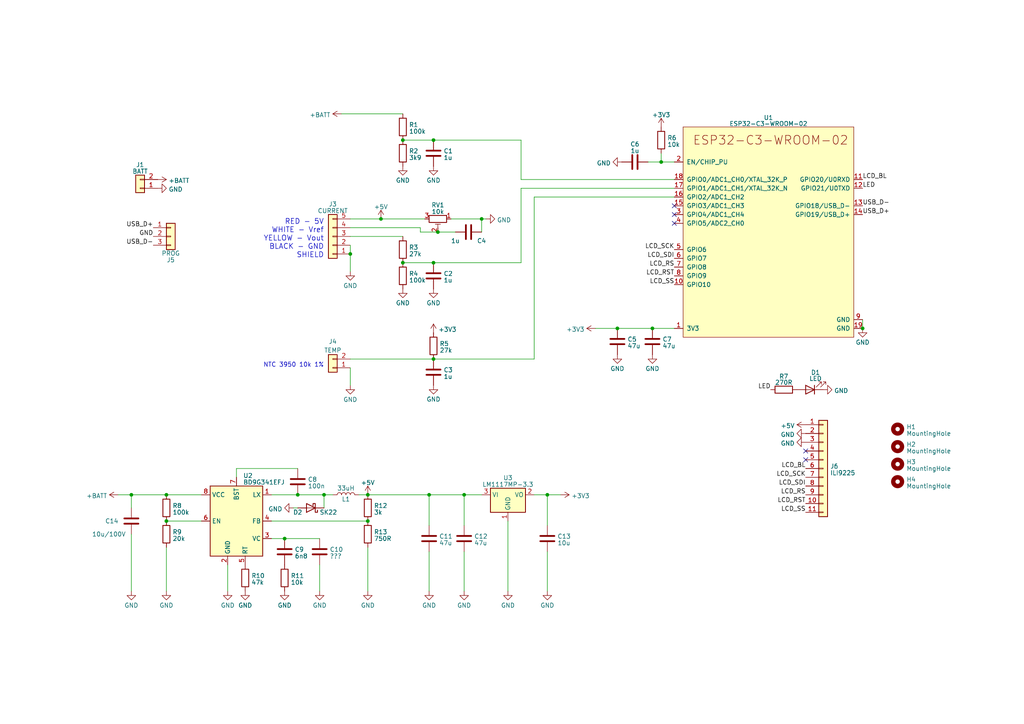
<source format=kicad_sch>
(kicad_sch (version 20230121) (generator eeschema)
  (paper "A4")
  (lib_symbols
    (symbol "Connector_Generic:Conn_01x02" (pin_names (offset 1.016) hide)
      (property "Reference" "J" (at 0 2.54 0))
      (property "Value" "Conn_01x02" (at 0 -5.08 0))
      (symbol "Conn_01x02_1_1"
        (rectangle (start -1.27 -2.413) (end 0 -2.667) (stroke (width 0.1524)))
        (rectangle (start -1.27 0.127) (end 0 -0.127) (stroke (width 0.1524)))
        (rectangle (start -1.27 1.27) (end 1.27 -3.81) (stroke (width 0.254)) (fill (type background)))
        (pin passive line (at -5.08 0 0) (length 3.81) (name "Pin_1") (number "1"))
        (pin passive line (at -5.08 -2.54 0) (length 3.81) (name "Pin_2") (number "2"))
      )
    )
    (symbol "Connector_Generic:Conn_01x03" (pin_names (offset 1.016) hide)
      (property "Reference" "J" (at 0 5.08 0))
      (property "Value" "Conn_01x03" (at 0 -5.08 0))
      (symbol "Conn_01x03_1_1"
        (rectangle (start -1.27 -2.413) (end 0 -2.667) (stroke (width 0.1524)))
        (rectangle (start -1.27 0.127) (end 0 -0.127) (stroke (width 0.1524)))
        (rectangle (start -1.27 2.667) (end 0 2.413) (stroke (width 0.1524)))
        (rectangle (start -1.27 3.81) (end 1.27 -3.81) (stroke (width 0.254)) (fill (type background)))
        (pin passive line (at -5.08 2.54 0) (length 3.81) (name "Pin_1") (number "1"))
        (pin passive line (at -5.08 0 0) (length 3.81) (name "Pin_2") (number "2"))
        (pin passive line (at -5.08 -2.54 0) (length 3.81) (name "Pin_3") (number "3"))
      )
    )
    (symbol "Connector_Generic:Conn_01x05" (pin_names (offset 1.016) hide)
      (property "Reference" "J" (at 0 7.62 0))
      (property "Value" "Conn_01x05" (at 0 -7.62 0))
      (symbol "Conn_01x05_1_1"
        (rectangle (start -1.27 -4.953) (end 0 -5.207) (stroke (width 0.1524)))
        (rectangle (start -1.27 -2.413) (end 0 -2.667) (stroke (width 0.1524)))
        (rectangle (start -1.27 0.127) (end 0 -0.127) (stroke (width 0.1524)))
        (rectangle (start -1.27 2.667) (end 0 2.413) (stroke (width 0.1524)))
        (rectangle (start -1.27 5.207) (end 0 4.953) (stroke (width 0.1524)))
        (rectangle (start -1.27 6.35) (end 1.27 -6.35) (stroke (width 0.254)) (fill (type background)))
        (pin passive line (at -5.08 5.08 0) (length 3.81) (name "Pin_1") (number "1"))
        (pin passive line (at -5.08 2.54 0) (length 3.81) (name "Pin_2") (number "2"))
        (pin passive line (at -5.08 0 0) (length 3.81) (name "Pin_3") (number "3"))
        (pin passive line (at -5.08 -2.54 0) (length 3.81) (name "Pin_4") (number "4"))
        (pin passive line (at -5.08 -5.08 0) (length 3.81) (name "Pin_5") (number "5"))
      )
    )
    (symbol "Connector_Generic:Conn_01x11" (pin_names (offset 1.016) hide)
      (property "Reference" "J" (at 0 15.24 0))
      (property "Value" "Conn_01x11" (at 0 -15.24 0))
      (symbol "Conn_01x11_1_1"
        (rectangle (start -1.27 -12.573) (end 0 -12.827) (stroke (width 0.1524)))
        (rectangle (start -1.27 -10.033) (end 0 -10.287) (stroke (width 0.1524)))
        (rectangle (start -1.27 -7.493) (end 0 -7.747) (stroke (width 0.1524)))
        (rectangle (start -1.27 -4.953) (end 0 -5.207) (stroke (width 0.1524)))
        (rectangle (start -1.27 -2.413) (end 0 -2.667) (stroke (width 0.1524)))
        (rectangle (start -1.27 0.127) (end 0 -0.127) (stroke (width 0.1524)))
        (rectangle (start -1.27 2.667) (end 0 2.413) (stroke (width 0.1524)))
        (rectangle (start -1.27 5.207) (end 0 4.953) (stroke (width 0.1524)))
        (rectangle (start -1.27 7.747) (end 0 7.493) (stroke (width 0.1524)))
        (rectangle (start -1.27 10.287) (end 0 10.033) (stroke (width 0.1524)))
        (rectangle (start -1.27 12.827) (end 0 12.573) (stroke (width 0.1524)))
        (rectangle (start -1.27 13.97) (end 1.27 -13.97) (stroke (width 0.254)) (fill (type background)))
        (pin passive line (at -5.08 12.7 0) (length 3.81) (name "Pin_1") (number "1"))
        (pin passive line (at -5.08 -10.16 0) (length 3.81) (name "Pin_10") (number "10"))
        (pin passive line (at -5.08 -12.7 0) (length 3.81) (name "Pin_11") (number "11"))
        (pin passive line (at -5.08 10.16 0) (length 3.81) (name "Pin_2") (number "2"))
        (pin passive line (at -5.08 7.62 0) (length 3.81) (name "Pin_3") (number "3"))
        (pin passive line (at -5.08 5.08 0) (length 3.81) (name "Pin_4") (number "4"))
        (pin passive line (at -5.08 2.54 0) (length 3.81) (name "Pin_5") (number "5"))
        (pin passive line (at -5.08 0 0) (length 3.81) (name "Pin_6") (number "6"))
        (pin passive line (at -5.08 -2.54 0) (length 3.81) (name "Pin_7") (number "7"))
        (pin passive line (at -5.08 -5.08 0) (length 3.81) (name "Pin_8") (number "8"))
        (pin passive line (at -5.08 -7.62 0) (length 3.81) (name "Pin_9") (number "9"))
      )
    )
    (symbol "Device:C" (pin_numbers hide) (pin_names (offset 0.254))
      (property "Reference" "C" (at 0.635 2.54 0))
      (property "Value" "C" (at 0.635 -2.54 0))
      (symbol "C_0_1"
        (polyline (pts (xy -2.032 -0.762) (xy 2.032 -0.762)) (stroke (width 0.508)))
        (polyline (pts (xy -2.032 0.762) (xy 2.032 0.762)) (stroke (width 0.508)))
      )
      (symbol "C_1_1"
        (pin passive line (at 0 3.81 270) (length 2.794) (name "~") (number "1"))
        (pin passive line (at 0 -3.81 90) (length 2.794) (name "~") (number "2"))
      )
    )
    (symbol "Device:D_Schottky" (pin_numbers hide) (pin_names (offset 1.016) hide)
      (property "Reference" "D" (at 0 2.54 0))
      (property "Value" "D_Schottky" (at 0 -2.54 0))
      (symbol "D_Schottky_0_1"
        (polyline (pts (xy 1.27 0) (xy -1.27 0)))
        (polyline (pts (xy 1.27 1.27) (xy 1.27 -1.27) (xy -1.27 0) (xy 1.27 1.27)) (stroke (width 0.254)))
        (polyline (pts (xy -1.905 0.635) (xy -1.905 1.27) (xy -1.27 1.27) (xy -1.27 -1.27) (xy -0.635 -1.27) (xy -0.635 -0.635)) (stroke (width 0.254)))
      )
      (symbol "D_Schottky_1_1"
        (pin passive line (at -3.81 0 0) (length 2.54) (name "K") (number "1"))
        (pin passive line (at 3.81 0 180) (length 2.54) (name "A") (number "2"))
      )
    )
    (symbol "Device:L" (pin_numbers hide) (pin_names (offset 1.016) hide)
      (property "Reference" "L" (at -1.27 0 90))
      (property "Value" "L" (at 1.905 0 90))
      (symbol "L_0_1"
        (arc (start 0 -2.54) (mid 0.6323 -1.905) (end 0 -1.27))
        (arc (start 0 -1.27) (mid 0.6323 -0.635) (end 0 0))
        (arc (start 0 0) (mid 0.6323 0.635) (end 0 1.27))
        (arc (start 0 1.27) (mid 0.6323 1.905) (end 0 2.54))
      )
      (symbol "L_1_1"
        (pin passive line (at 0 3.81 270) (length 1.27) (name "1") (number "1"))
        (pin passive line (at 0 -3.81 90) (length 1.27) (name "2") (number "2"))
      )
    )
    (symbol "Device:LED" (pin_numbers hide) (pin_names (offset 1.016) hide)
      (property "Reference" "D" (at 0 2.54 0))
      (property "Value" "LED" (at 0 -2.54 0))
      (symbol "LED_0_1"
        (polyline (pts (xy -1.27 -1.27) (xy -1.27 1.27)) (stroke (width 0.254)))
        (polyline (pts (xy -1.27 0) (xy 1.27 0)))
        (polyline (pts (xy 1.27 -1.27) (xy 1.27 1.27) (xy -1.27 0) (xy 1.27 -1.27)) (stroke (width 0.254)))
        (polyline (pts (xy -3.048 -0.762) (xy -4.572 -2.286) (xy -3.81 -2.286) (xy -4.572 -2.286) (xy -4.572 -1.524)))
        (polyline (pts (xy -1.778 -0.762) (xy -3.302 -2.286) (xy -2.54 -2.286) (xy -3.302 -2.286) (xy -3.302 -1.524)))
      )
      (symbol "LED_1_1"
        (pin passive line (at -3.81 0 0) (length 2.54) (name "K") (number "1"))
        (pin passive line (at 3.81 0 180) (length 2.54) (name "A") (number "2"))
      )
    )
    (symbol "Device:R" (pin_numbers hide) (pin_names (offset 0))
      (property "Reference" "R" (at 2.032 0 90))
      (property "Value" "R" (at 0 0 90))
      (symbol "R_0_1"
        (rectangle (start -1.016 -2.54) (end 1.016 2.54) (stroke (width 0.254)))
      )
      (symbol "R_1_1"
        (pin passive line (at 0 3.81 270) (length 1.27) (name "~") (number "1"))
        (pin passive line (at 0 -3.81 90) (length 1.27) (name "~") (number "2"))
      )
    )
    (symbol "Device:R_Potentiometer_Trim" (pin_names (offset 1.016) hide)
      (property "Reference" "RV" (at -4.445 0 90))
      (property "Value" "R_Potentiometer_Trim" (at -2.54 0 90))
      (symbol "R_Potentiometer_Trim_0_1"
        (polyline (pts (xy 1.524 0.762) (xy 1.524 -0.762)))
        (polyline (pts (xy 2.54 0) (xy 1.524 0)))
        (rectangle (start 1.016 2.54) (end -1.016 -2.54) (stroke (width 0.254)))
      )
      (symbol "R_Potentiometer_Trim_1_1"
        (pin passive line (at 0 3.81 270) (length 1.27) (name "1") (number "1"))
        (pin passive line (at 3.81 0 180) (length 1.27) (name "2") (number "2"))
        (pin passive line (at 0 -3.81 90) (length 1.27) (name "3") (number "3"))
      )
    )
    (symbol "Espressif:ESP32-C3-WROOM-02" (pin_names (offset 1.016))
      (property "Reference" "U" (at 0 33.02 0))
      (property "Value" "ESP32-C3-WROOM-02" (at 0 -30.48 0))
      (symbol "ESP32-C3-WROOM-02_0_0"
        (text "ESP32-C3-WROOM-02" (at 1.27 27.94 0) (effects (font (size 2.54 2.54))))
      )
      (symbol "ESP32-C3-WROOM-02_0_1"
        (rectangle (start -24.13 31.75) (end 25.4 -29.21) (fill (type background)))
      )
      (symbol "ESP32-C3-WROOM-02_1_1"
        (pin power_in line (at -26.67 -26.67 0) (length 2.54) (name "3V3") (number "1"))
        (pin bidirectional line (at -26.67 -13.97 0) (length 2.54) (name "GPIO10") (number "10"))
        (pin bidirectional line (at 27.94 16.51 180) (length 2.54) (name "GPIO20/U0RXD") (number "11"))
        (pin bidirectional line (at 27.94 13.97 180) (length 2.54) (name "GPIO21/U0TXD") (number "12"))
        (pin bidirectional line (at 27.94 8.89 180) (length 2.54) (name "GPIO18/USB_D-") (number "13"))
        (pin bidirectional line (at 27.94 6.35 180) (length 2.54) (name "GPIO19/USB_D+") (number "14"))
        (pin bidirectional line (at -26.67 8.89 0) (length 2.54) (name "GPIO3/ADC1_CH3") (number "15"))
        (pin bidirectional line (at -26.67 11.43 0) (length 2.54) (name "GPIO2/ADC1_CH2") (number "16"))
        (pin bidirectional line (at -26.67 13.97 0) (length 2.54) (name "GPIO1/ADC1_CH1/XTAL_32K_N") (number "17"))
        (pin bidirectional line (at -26.67 16.51 0) (length 2.54) (name "GPIO0/ADC1_CH0/XTAL_32K_P") (number "18"))
        (pin power_in line (at 27.94 -26.67 180) (length 2.54) (name "GND") (number "19"))
        (pin input line (at -26.67 21.59 0) (length 2.54) (name "EN/CHIP_PU") (number "2"))
        (pin bidirectional line (at -26.67 6.35 0) (length 2.54) (name "GPIO4/ADC1_CH4") (number "3"))
        (pin bidirectional line (at -26.67 3.81 0) (length 2.54) (name "GPIO5/ADC2_CH0") (number "4"))
        (pin bidirectional line (at -26.67 -3.81 0) (length 2.54) (name "GPIO6") (number "5"))
        (pin bidirectional line (at -26.67 -6.35 0) (length 2.54) (name "GPIO7") (number "6"))
        (pin bidirectional line (at -26.67 -8.89 0) (length 2.54) (name "GPIO8") (number "7"))
        (pin bidirectional line (at -26.67 -11.43 0) (length 2.54) (name "GPIO9") (number "8"))
        (pin power_in line (at 27.94 -24.13 180) (length 2.54) (name "GND") (number "9"))
      )
    )
    (symbol "Mechanical:MountingHole" (pin_names (offset 1.016))
      (property "Reference" "H" (at 0 5.08 0))
      (property "Value" "MountingHole" (at 0 3.175 0))
      (symbol "MountingHole_0_1"
        (circle (center 0 0) (radius 1.27) (stroke (width 1.27)))
      )
    )
    (symbol "Regulator_Linear:LM1117MP-3.3"
      (property "Reference" "U" (at -3.81 3.175 0))
      (property "Value" "LM1117MP-3.3" (at 0 3.175 0))
      (symbol "LM1117MP-3.3_0_1"
        (rectangle (start -5.08 -5.08) (end 5.08 1.905) (stroke (width 0.254)) (fill (type background)))
      )
      (symbol "LM1117MP-3.3_1_1"
        (pin power_in line (at 0 -7.62 90) (length 2.54) (name "GND") (number "1"))
        (pin power_out line (at 7.62 0 180) (length 2.54) (name "VO") (number "2"))
        (pin power_in line (at -7.62 0 0) (length 2.54) (name "VI") (number "3"))
      )
    )
    (symbol "Regulator_Switching:BD9G341EFJ"
      (property "Reference" "U" (at -6.35 11.43 0))
      (property "Value" "BD9G341EFJ" (at 7.62 11.43 0))
      (symbol "BD9G341EFJ_0_1"
        (rectangle (start -7.62 10.16) (end 7.62 -10.16) (stroke (width 0.254)) (fill (type background)))
      )
      (symbol "BD9G341EFJ_1_1"
        (pin passive line (at 10.16 7.62 180) (length 2.54) (name "LX") (number "1"))
        (pin power_in line (at -2.54 -12.7 90) (length 2.54) (name "GND") (number "2"))
        (pin output line (at 10.16 -5.08 180) (length 2.54) (name "VC") (number "3"))
        (pin input line (at 10.16 0 180) (length 2.54) (name "FB") (number "4"))
        (pin input line (at 2.54 -12.7 90) (length 2.54) (name "RT") (number "5"))
        (pin input line (at -10.16 0 0) (length 2.54) (name "EN") (number "6"))
        (pin input line (at 0 12.7 270) (length 2.54) (name "BST") (number "7"))
        (pin power_in line (at -10.16 7.62 0) (length 2.54) (name "VCC") (number "8"))
      )
    )
    (symbol "power:+3V3" (power) (pin_names (offset 0))
      (property "Value" "+3V3" (at 0 3.556 0))
      (symbol "+3V3_0_1"
        (polyline (pts (xy -0.762 1.27) (xy 0 2.54)))
        (polyline (pts (xy 0 0) (xy 0 2.54)))
        (polyline (pts (xy 0 2.54) (xy 0.762 1.27)))
      )
      (symbol "+3V3_1_1"
        (pin power_in line (at 0 0 90) (length 0) hide (name "+3V3") (number "1"))
      )
    )
    (symbol "power:+5V" (power) (pin_names (offset 0))
      (property "Value" "+5V" (at 0 3.556 0))
      (symbol "+5V_0_1"
        (polyline (pts (xy -0.762 1.27) (xy 0 2.54)))
        (polyline (pts (xy 0 0) (xy 0 2.54)))
        (polyline (pts (xy 0 2.54) (xy 0.762 1.27)))
      )
      (symbol "+5V_1_1"
        (pin power_in line (at 0 0 90) (length 0) hide (name "+5V") (number "1"))
      )
    )
    (symbol "power:+BATT" (power) (pin_names (offset 0))
      (property "Value" "+BATT" (at 0 3.556 0))
      (symbol "+BATT_0_1"
        (polyline (pts (xy -0.762 1.27) (xy 0 2.54)))
        (polyline (pts (xy 0 0) (xy 0 2.54)))
        (polyline (pts (xy 0 2.54) (xy 0.762 1.27)))
      )
      (symbol "+BATT_1_1"
        (pin power_in line (at 0 0 90) (length 0) hide (name "+BATT") (number "1"))
      )
    )
    (symbol "power:GND" (power) (pin_names (offset 0))
      (property "Value" "GND" (at 0 -3.81 0))
      (symbol "GND_0_1"
        (polyline (pts (xy 0 0) (xy 0 -1.27) (xy 1.27 -1.27) (xy 0 -2.54) (xy -1.27 -1.27) (xy 0 -1.27)))
      )
      (symbol "GND_1_1"
        (pin power_in line (at 0 0 270) (length 0) hide (name "GND") (number "1"))
      )
    )
  )
  (junction (at 125.73 40.64))
  (junction (at 93.98 143.51))
  (junction (at 38.1 143.51))
  (junction (at 106.68 143.51))
  (junction (at 116.84 40.64))
  (junction (at 86.36 143.51))
  (junction (at 139.7 63.5))
  (junction (at 48.26 151.13))
  (junction (at 82.55 156.21))
  (junction (at 124.46 143.51))
  (junction (at 127 67.31))
  (junction (at 191.77 46.99))
  (junction (at 125.73 104.14))
  (junction (at 134.62 143.51))
  (junction (at 106.68 151.13))
  (junction (at 179.07 95.25))
  (junction (at 125.73 76.2))
  (junction (at 250.19 95.25))
  (junction (at 158.75 143.51))
  (junction (at 189.23 95.25))
  (junction (at 48.26 143.51))
  (junction (at 101.6 73.66))
  (junction (at 116.84 76.2))
  (junction (at 110.49 63.5))
  (no_connect (at 195.58 62.23))
  (no_connect (at 233.68 130.81))
  (no_connect (at 233.68 133.35))
  (no_connect (at 195.58 64.77))
  (no_connect (at 195.58 59.69))
  (wire (pts (xy 38.1 154.94) (xy 38.1 171.45)))
  (wire (pts (xy 139.7 63.5) (xy 140.97 63.5)))
  (wire (pts (xy 48.26 143.51) (xy 58.42 143.51)))
  (wire (pts (xy 38.1 143.51) (xy 48.26 143.51)))
  (wire (pts (xy 85.09 147.32) (xy 86.36 147.32)))
  (wire (pts (xy 134.62 143.51) (xy 139.7 143.51)))
  (wire (pts (xy 101.6 73.66) (xy 101.6 78.74)))
  (wire (pts (xy 48.26 151.13) (xy 58.42 151.13)))
  (wire (pts (xy 96.52 143.51) (xy 93.98 143.51)))
  (wire (pts (xy 158.75 143.51) (xy 158.75 152.4)))
  (wire (pts (xy 139.7 63.5) (xy 139.7 67.31)))
  (wire (pts (xy 78.74 151.13) (xy 106.68 151.13)))
  (wire (pts (xy 78.74 143.51) (xy 86.36 143.51)))
  (wire (pts (xy 151.13 52.07) (xy 195.58 52.07)))
  (wire (pts (xy 154.94 104.14) (xy 125.73 104.14)))
  (wire (pts (xy 38.1 143.51) (xy 38.1 147.32)))
  (wire (pts (xy 191.77 46.99) (xy 195.58 46.99)))
  (wire (pts (xy 104.14 143.51) (xy 106.68 143.51)))
  (wire (pts (xy 124.46 171.45) (xy 124.46 160.02)))
  (wire (pts (xy 78.74 156.21) (xy 82.55 156.21)))
  (wire (pts (xy 130.81 63.5) (xy 139.7 63.5)))
  (wire (pts (xy 92.71 163.83) (xy 92.71 171.45)))
  (wire (pts (xy 195.58 57.15) (xy 154.94 57.15)))
  (wire (pts (xy 187.96 46.99) (xy 191.77 46.99)))
  (wire (pts (xy 86.36 143.51) (xy 93.98 143.51)))
  (wire (pts (xy 106.68 171.45) (xy 106.68 158.75)))
  (wire (pts (xy 134.62 143.51) (xy 134.62 152.4)))
  (wire (pts (xy 124.46 143.51) (xy 134.62 143.51)))
  (wire (pts (xy 93.98 143.51) (xy 93.98 147.32)))
  (wire (pts (xy 101.6 71.12) (xy 101.6 73.66)))
  (wire (pts (xy 134.62 160.02) (xy 134.62 171.45)))
  (wire (pts (xy 179.07 95.25) (xy 189.23 95.25)))
  (wire (pts (xy 106.68 143.51) (xy 124.46 143.51)))
  (wire (pts (xy 121.92 66.04) (xy 101.6 66.04)))
  (wire (pts (xy 127 67.31) (xy 121.92 67.31)))
  (wire (pts (xy 121.92 67.31) (xy 121.92 66.04)))
  (wire (pts (xy 110.49 63.5) (xy 123.19 63.5)))
  (wire (pts (xy 101.6 68.58) (xy 116.84 68.58)))
  (wire (pts (xy 125.73 40.64) (xy 151.13 40.64)))
  (wire (pts (xy 101.6 106.68) (xy 101.6 111.76)))
  (wire (pts (xy 127 67.31) (xy 132.08 67.31)))
  (wire (pts (xy 250.19 92.71) (xy 250.19 95.25)))
  (wire (pts (xy 48.26 171.45) (xy 48.26 158.75)))
  (wire (pts (xy 124.46 143.51) (xy 124.46 152.4)))
  (wire (pts (xy 191.77 44.45) (xy 191.77 46.99)))
  (wire (pts (xy 116.84 40.64) (xy 125.73 40.64)))
  (wire (pts (xy 125.73 76.2) (xy 151.13 76.2)))
  (wire (pts (xy 154.94 143.51) (xy 158.75 143.51)))
  (wire (pts (xy 151.13 54.61) (xy 195.58 54.61)))
  (wire (pts (xy 34.29 143.51) (xy 38.1 143.51)))
  (wire (pts (xy 172.72 95.25) (xy 179.07 95.25)))
  (wire (pts (xy 68.58 138.43) (xy 68.58 135.89)))
  (wire (pts (xy 189.23 95.25) (xy 195.58 95.25)))
  (wire (pts (xy 101.6 104.14) (xy 125.73 104.14)))
  (wire (pts (xy 151.13 76.2) (xy 151.13 54.61)))
  (wire (pts (xy 99.06 33.02) (xy 116.84 33.02)))
  (wire (pts (xy 147.32 171.45) (xy 147.32 151.13)))
  (wire (pts (xy 158.75 143.51) (xy 162.56 143.51)))
  (wire (pts (xy 82.55 156.21) (xy 92.71 156.21)))
  (wire (pts (xy 66.04 171.45) (xy 66.04 163.83)))
  (wire (pts (xy 154.94 57.15) (xy 154.94 104.14)))
  (wire (pts (xy 158.75 171.45) (xy 158.75 160.02)))
  (wire (pts (xy 68.58 135.89) (xy 86.36 135.89)))
  (wire (pts (xy 151.13 40.64) (xy 151.13 52.07)))
  (wire (pts (xy 116.84 76.2) (xy 125.73 76.2)))
  (wire (pts (xy 101.6 63.5) (xy 110.49 63.5)))
  (text "RED - 5V\nWHITE - Vref\nYELLOW - Vout\nBLACK - GND\nSHIELD" (at 93.98 74.93 0) (effects (font (size 1.5 1.5)) (justify right bottom)))
  (text "NTC 3950 10k 1%" (at 93.98 106.68 0) (effects (font (size 1.27 1.27)) (justify right bottom)))
  (label "LCD_RS" (at 233.68 143.51 180))
  (label "USB_D+" (at 44.45 66.04 180))
  (label "LED" (at 250.19 54.61 0))
  (label "LCD_RST" (at 233.68 146.05 180))
  (label "LCD_RS" (at 195.58 77.47 180))
  (label "USB_D-" (at 250.19 59.69 0))
  (label "LCD_SS" (at 233.68 148.59 180))
  (label "LCD_RST" (at 195.58 80.01 180))
  (label "LCD_BL" (at 250.19 52.07 0))
  (label "LCD_SDI" (at 233.68 140.97 180))
  (label "GND" (at 44.45 68.58 180))
  (label "LCD_SCK" (at 195.58 72.39 180))
  (label "LCD_BL" (at 233.68 135.89 180))
  (label "LED" (at 223.52 113.03 180))
  (label "LCD_SS" (at 195.58 82.55 180))
  (label "LCD_SDI" (at 195.58 74.93 180))
  (label "LCD_SCK" (at 233.68 138.43 180))
  (label "USB_D-" (at 44.45 71.12 180))
  (label "USB_D+" (at 250.19 62.23 0))
  (symbol (lib_id "Device:R") (at 116.84 44.45 0) (unit 1)
    (property "Reference" "R2" (at 118.618 43.8063 0) (effects (justify left)))
    (property "Value" "3k9" (at 118.618 45.7273 0) (effects (justify left)))
    (property "Footprint" "Resistor_SMD:R_0805_2012Metric_Pad1.20x1.40mm_HandSolder" (effects hide))
  )
  (symbol (lib_id "power:GND") (at 116.84 48.26 0) (unit 1)
    (property "Reference" "#PWR07" (effects hide))
    (property "Value" "GND" (at 116.84 52.3161 0))
  )
  (symbol (lib_id "Device:C") (at 134.62 156.21 180) (unit 1)
    (property "Reference" "C12" (at 137.541 155.5663 0) (effects (justify right)))
    (property "Value" "47u" (at 137.541 157.4873 0) (effects (justify right)))
    (property "Footprint" "Capacitor_SMD:C_0805_2012Metric_Pad1.18x1.45mm_HandSolder" (effects hide))
  )
  (symbol (lib_id "power:GND") (at 147.32 171.45 0) (unit 1)
    (property "Reference" "#PWR030" (effects hide))
    (property "Value" "GND" (at 147.32 175.5855 0))
  )
  (symbol (lib_id "Connector_Generic:Conn_01x03") (at 49.53 68.58 0) (unit 1)
    (property "Reference" "J5" (at 49.53 75.3999 0))
    (property "Value" "PROG" (at 49.53 73.4789 0))
    (property "Footprint" "Connector_PinHeader_2.54mm:PinHeader_1x03_P2.54mm_Vertical" (effects hide))
  )
  (symbol (lib_id "Device:C") (at 82.55 160.02 180) (unit 1)
    (property "Reference" "C9" (at 85.471 159.3763 0) (effects (justify right)))
    (property "Value" "6n8" (at 85.471 161.2973 0) (effects (justify right)))
    (property "Footprint" "Capacitor_SMD:C_0805_2012Metric_Pad1.18x1.45mm_HandSolder" (effects hide))
  )
  (symbol (lib_id "power:GND") (at 45.72 54.61 90) (unit 1)
    (property "Reference" "#PWR02" (effects hide))
    (property "Value" "GND" (at 48.895 54.9268 90) (effects (justify right)))
  )
  (symbol (lib_id "power:GND") (at 180.34 46.99 270) (unit 1)
    (property "Reference" "#PWR016" (effects hide))
    (property "Value" "GND" (at 177.1651 47.3068 90) (effects (justify right)))
  )
  (symbol (lib_id "Device:R") (at 82.55 167.64 0) (unit 1)
    (property "Reference" "R11" (at 84.328 166.9963 0) (effects (justify left)))
    (property "Value" "10k" (at 84.328 168.9173 0) (effects (justify left)))
    (property "Footprint" "Resistor_SMD:R_0805_2012Metric_Pad1.20x1.40mm_HandSolder" (effects hide))
  )
  (symbol (lib_id "power:GND") (at 140.97 63.5 90) (unit 1)
    (property "Reference" "#PWR013" (effects hide))
    (property "Value" "GND" (at 144.145 63.8168 90) (effects (justify right)))
  )
  (symbol (lib_id "Device:R") (at 71.12 167.64 0) (unit 1)
    (property "Reference" "R10" (at 72.898 166.9963 0) (effects (justify left)))
    (property "Value" "47k" (at 72.898 168.9173 0) (effects (justify left)))
    (property "Footprint" "Resistor_SMD:R_0805_2012Metric_Pad1.20x1.40mm_HandSolder" (effects hide))
  )
  (symbol (lib_id "Mechanical:MountingHole") (at 260.35 129.54 0) (unit 1)
    (property "Reference" "H2" (at 262.89 128.8963 0) (effects (justify left)))
    (property "Value" "MountingHole" (at 262.89 130.8173 0) (effects (justify left)))
    (property "Footprint" "MountingHole:MountingHole_3.7mm_Pad_Via" (effects hide))
  )
  (symbol (lib_id "power:GND") (at 116.84 83.82 0) (unit 1)
    (property "Reference" "#PWR08" (effects hide))
    (property "Value" "GND" (at 116.84 87.8761 0))
  )
  (symbol (lib_id "Device:C") (at 124.46 156.21 180) (unit 1)
    (property "Reference" "C11" (at 127.381 155.5663 0) (effects (justify right)))
    (property "Value" "47u" (at 127.381 157.4873 0) (effects (justify right)))
    (property "Footprint" "Capacitor_SMD:C_0805_2012Metric_Pad1.18x1.45mm_HandSolder" (effects hide))
  )
  (symbol (lib_id "power:+3V3") (at 191.77 36.83 0) (unit 1)
    (property "Reference" "#PWR018" (effects hide))
    (property "Value" "+3V3" (at 191.77 33.3281 0))
  )
  (symbol (lib_id "power:GND") (at 106.68 171.45 0) (unit 1)
    (property "Reference" "#PWR026" (effects hide))
    (property "Value" "GND" (at 106.68 175.5855 0))
  )
  (symbol (lib_id "power:GND") (at 125.73 111.76 0) (unit 1)
    (property "Reference" "#PWR012" (effects hide))
    (property "Value" "GND" (at 125.73 115.8161 0))
  )
  (symbol (lib_id "Device:D_Schottky") (at 90.17 147.32 180) (unit 1)
    (property "Reference" "D2" (at 86.36 148.59 0))
    (property "Value" "SK22" (at 95.25 148.59 0))
    (property "Footprint" "Diode_SMD:D_SMB" (effects hide))
  )
  (symbol (lib_id "Connector_Generic:Conn_01x11") (at 238.76 135.89 0) (unit 1)
    (property "Reference" "J6" (at 240.792 135.2463 0) (effects (justify left)))
    (property "Value" "ILI9225" (at 240.792 137.1673 0) (effects (justify left)))
    (property "Footprint" "Connector_PinSocket_2.54mm:PinSocket_1x11_P2.54mm_Vertical" (effects hide))
  )
  (symbol (lib_id "power:+5V") (at 106.68 143.51 0) (unit 1)
    (property "Reference" "#PWR027" (effects hide))
    (property "Value" "+5V" (at 106.68 140.0081 0))
  )
  (symbol (lib_id "Espressif:ESP32-C3-WROOM-02") (at 222.25 68.58 0) (unit 1)
    (property "Reference" "U1" (at 222.885 34.1249 0))
    (property "Value" "ESP32-C3-WROOM-02" (at 222.885 35.8871 0))
    (property "Footprint" "Espressif:ESP32-C3-WROOM-02" (effects hide))
    (property "Datasheet" "https://www.espressif.com/sites/default/files/documentation/esp32-c3-wroom-02_datasheet_en.pdf" (effects hide))
  )
  (symbol (lib_id "power:+BATT") (at 34.29 143.51 90) (unit 1)
    (property "Reference" "#PWR032" (effects hide))
    (property "Value" "+BATT" (at 31.115 143.8268 90) (effects (justify left)))
  )
  (symbol (lib_id "Device:C") (at 179.07 99.06 180) (unit 1)
    (property "Reference" "C5" (at 181.991 98.4163 0) (effects (justify right)))
    (property "Value" "47u" (at 181.991 100.3373 0) (effects (justify right)))
    (property "Footprint" "Capacitor_SMD:C_0805_2012Metric_Pad1.18x1.45mm_HandSolder" (effects hide))
  )
  (symbol (lib_id "power:GND") (at 48.26 171.45 0) (unit 1)
    (property "Reference" "#PWR021" (effects hide))
    (property "Value" "GND" (at 48.26 175.5855 0))
  )
  (symbol (lib_id "Device:R") (at 48.26 154.94 0) (unit 1)
    (property "Reference" "R9" (at 50.038 154.2963 0) (effects (justify left)))
    (property "Value" "20k" (at 50.038 156.2173 0) (effects (justify left)))
    (property "Footprint" "Resistor_SMD:R_0805_2012Metric_Pad1.20x1.40mm_HandSolder" (effects hide))
  )
  (symbol (lib_id "Regulator_Switching:BD9G341EFJ") (at 68.58 151.13 0) (unit 1)
    (property "Reference" "U2" (at 70.5359 137.9601 0) (effects (justify left)))
    (property "Value" "BD9G341EFJ" (at 70.5359 139.8811 0) (effects (justify left)))
    (property "Footprint" "Package_SO:HTSOP-8-1EP_3.9x4.9mm_P1.27mm_EP2.4x3.2mm_ThermalVias" (effects hide))
    (property "Datasheet" "https://media.digikey.com/pdf/Data%20Sheets/Rohm%20PDFs/BD9G341EFJ.pdf" (effects hide))
  )
  (symbol (lib_id "Device:L") (at 100.33 143.51 90) (unit 1)
    (property "Reference" "L1" (at 100.33 144.78 90))
    (property "Value" "33uH" (at 100.33 141.605 90))
    (property "Footprint" "Inductor_SMD:L_12x12mm_H6mm" (effects hide))
  )
  (symbol (lib_id "Device:R") (at 227.33 113.03 90) (unit 1)
    (property "Reference" "R7" (at 227.33 109.1819 90))
    (property "Value" "270R" (at 227.33 110.9441 90))
    (property "Footprint" "Resistor_SMD:R_0805_2012Metric_Pad1.20x1.40mm_HandSolder" (effects hide))
  )
  (symbol (lib_id "power:+3V3") (at 162.56 143.51 270) (unit 1)
    (property "Reference" "#PWR028" (effects hide))
    (property "Value" "+3V3" (at 165.735 143.8268 90) (effects (justify left)))
  )
  (symbol (lib_id "power:GND") (at 82.55 171.45 0) (unit 1)
    (property "Reference" "#PWR024" (effects hide))
    (property "Value" "GND" (at 82.55 175.5855 0))
  )
  (symbol (lib_id "Device:R") (at 116.84 72.39 0) (unit 1)
    (property "Reference" "R3" (at 118.618 71.7463 0) (effects (justify left)))
    (property "Value" "27k" (at 118.618 73.6673 0) (effects (justify left)))
    (property "Footprint" "Resistor_SMD:R_0805_2012Metric_Pad1.20x1.40mm_HandSolder" (effects hide))
  )
  (symbol (lib_id "Device:C") (at 189.23 99.06 180) (unit 1)
    (property "Reference" "C7" (at 192.151 98.4163 0) (effects (justify right)))
    (property "Value" "47u" (at 192.151 100.3373 0) (effects (justify right)))
    (property "Footprint" "Capacitor_SMD:C_0805_2012Metric_Pad1.18x1.45mm_HandSolder" (effects hide))
  )
  (symbol (lib_id "power:GND") (at 66.04 171.45 0) (unit 1)
    (property "Reference" "#PWR023" (effects hide))
    (property "Value" "GND" (at 66.04 175.5855 0))
  )
  (symbol (lib_id "power:+5V") (at 110.49 63.5 0) (unit 1)
    (property "Reference" "#PWR06" (effects hide))
    (property "Value" "+5V" (at 110.49 59.9981 0))
  )
  (symbol (lib_id "Connector_Generic:Conn_01x02") (at 96.52 106.68 180) (unit 1)
    (property "Reference" "J4" (at 96.52 99.06 0))
    (property "Value" "TEMP" (at 96.52 101.6 0))
    (property "Footprint" "Connector_JST:JST_XH_S2B-XH-A-1_1x02_P2.50mm_Horizontal" (effects hide))
  )
  (symbol (lib_id "power:GND") (at 92.71 171.45 0) (unit 1)
    (property "Reference" "#PWR034" (effects hide))
    (property "Value" "GND" (at 92.71 175.5855 0))
  )
  (symbol (lib_id "power:GND") (at 71.12 171.45 0) (unit 1)
    (property "Reference" "#PWR022" (effects hide))
    (property "Value" "GND" (at 71.12 175.5855 0))
  )
  (symbol (lib_id "Regulator_Linear:LM1117MP-3.3") (at 147.32 143.51 0) (unit 1)
    (property "Reference" "U3" (at 147.32 138.5951 0))
    (property "Value" "LM1117MP-3.3" (at 147.32 140.5161 0))
    (property "Footprint" "Package_TO_SOT_SMD:SOT-223-3_TabPin2" (effects hide))
    (property "Datasheet" "http://www.ti.com/lit/ds/symlink/lm1117.pdf" (effects hide))
  )
  (symbol (lib_id "power:GND") (at 233.68 125.73 270) (unit 1)
    (property "Reference" "#PWR037" (effects hide))
    (property "Value" "GND" (at 230.5051 126.0468 90) (effects (justify right)))
  )
  (symbol (lib_id "Device:C") (at 184.15 46.99 90) (unit 1)
    (property "Reference" "C6" (at 184.15 41.8211 90))
    (property "Value" "1u" (at 184.15 43.7421 90))
    (property "Footprint" "Capacitor_SMD:C_0805_2012Metric_Pad1.18x1.45mm_HandSolder" (effects hide))
  )
  (symbol (lib_id "power:GND") (at 233.68 128.27 270) (unit 1)
    (property "Reference" "#PWR038" (effects hide))
    (property "Value" "GND" (at 230.5051 128.5868 90) (effects (justify right)))
  )
  (symbol (lib_id "power:+5V") (at 233.68 123.19 90) (unit 1)
    (property "Reference" "#PWR036" (effects hide))
    (property "Value" "+5V" (at 230.5051 123.5068 90) (effects (justify left)))
  )
  (symbol (lib_id "power:GND") (at 125.73 83.82 0) (unit 1)
    (property "Reference" "#PWR010" (effects hide))
    (property "Value" "GND" (at 125.73 87.8761 0))
  )
  (symbol (lib_id "Device:C") (at 38.1 151.13 180) (unit 1)
    (property "Reference" "C14" (at 30.48 151.13 0) (effects (justify right)))
    (property "Value" "10u/100V" (at 26.67 154.94 0) (effects (justify right)))
    (property "Footprint" "Capacitor_SMD:C_0805_2012Metric_Pad1.18x1.45mm_HandSolder" (effects hide))
  )
  (symbol (lib_id "Connector_Generic:Conn_01x05") (at 96.52 68.58 180) (unit 1)
    (property "Reference" "J3" (at 96.52 59.2201 0))
    (property "Value" "CURRENT" (at 96.52 61.1411 0))
    (property "Footprint" "Connector_JST:JST_XH_S5B-XH-A-1_1x05_P2.50mm_Horizontal" (effects hide))
  )
  (symbol (lib_id "power:GND") (at 189.23 102.87 0) (unit 1)
    (property "Reference" "#PWR017" (effects hide))
    (property "Value" "GND" (at 189.23 106.9261 0))
  )
  (symbol (lib_id "Device:C") (at 135.89 67.31 270) (unit 1)
    (property "Reference" "C4" (at 139.7 69.85 90))
    (property "Value" "1u" (at 132.08 69.85 90))
    (property "Footprint" "Capacitor_SMD:C_0805_2012Metric_Pad1.18x1.45mm_HandSolder" (effects hide))
  )
  (symbol (lib_id "Device:C") (at 86.36 139.7 180) (unit 1)
    (property "Reference" "C8" (at 89.281 139.0563 0) (effects (justify right)))
    (property "Value" "100n" (at 89.281 140.9773 0) (effects (justify right)))
    (property "Footprint" "Capacitor_SMD:C_0805_2012Metric_Pad1.18x1.45mm_HandSolder" (effects hide))
  )
  (symbol (lib_id "Device:R") (at 116.84 36.83 0) (unit 1)
    (property "Reference" "R1" (at 118.618 36.1863 0) (effects (justify left)))
    (property "Value" "100k" (at 118.618 38.1073 0) (effects (justify left)))
    (property "Footprint" "Resistor_SMD:R_0805_2012Metric_Pad1.20x1.40mm_HandSolder" (effects hide))
  )
  (symbol (lib_id "power:+3V3") (at 172.72 95.25 90) (unit 1)
    (property "Reference" "#PWR014" (effects hide))
    (property "Value" "+3V3" (at 169.545 95.5366 90) (effects (justify left)))
  )
  (symbol (lib_id "power:+BATT") (at 99.06 33.02 90) (unit 1)
    (property "Reference" "#PWR03" (effects hide))
    (property "Value" "+BATT" (at 95.885 33.3368 90) (effects (justify left)))
  )
  (symbol (lib_id "Device:R") (at 125.73 100.33 0) (unit 1)
    (property "Reference" "R5" (at 127.508 99.6863 0) (effects (justify left)))
    (property "Value" "27k" (at 127.508 101.6073 0) (effects (justify left)))
    (property "Footprint" "Resistor_SMD:R_0805_2012Metric_Pad1.20x1.40mm_HandSolder" (effects hide))
  )
  (symbol (lib_id "power:GND") (at 101.6 111.76 0) (unit 1)
    (property "Reference" "#PWR05" (effects hide))
    (property "Value" "GND" (at 101.6 115.8955 0))
  )
  (symbol (lib_id "Device:R") (at 116.84 80.01 0) (unit 1)
    (property "Reference" "R4" (at 118.618 79.3663 0) (effects (justify left)))
    (property "Value" "100k" (at 118.618 81.2873 0) (effects (justify left)))
    (property "Footprint" "Resistor_SMD:R_0805_2012Metric_Pad1.20x1.40mm_HandSolder" (effects hide))
  )
  (symbol (lib_id "power:+3V3") (at 125.73 96.52 0) (unit 1)
    (property "Reference" "#PWR011" (effects hide))
    (property "Value" "+3V3" (at 127.127 95.5668 0) (effects (justify left)))
  )
  (symbol (lib_id "Device:C") (at 92.71 160.02 180) (unit 1)
    (property "Reference" "C10" (at 95.631 159.3763 0) (effects (justify right)))
    (property "Value" "???" (at 95.631 161.2973 0) (effects (justify right)))
    (property "Footprint" "Capacitor_SMD:C_0805_2012Metric_Pad1.18x1.45mm_HandSolder" (effects hide))
  )
  (symbol (lib_id "power:GND") (at 38.1 171.45 0) (unit 1)
    (property "Reference" "#PWR035" (effects hide))
    (property "Value" "GND" (at 38.1 175.5855 0))
  )
  (symbol (lib_id "Device:C") (at 158.75 156.21 180) (unit 1)
    (property "Reference" "C13" (at 161.671 155.5663 0) (effects (justify right)))
    (property "Value" "10u" (at 161.671 157.4873 0) (effects (justify right)))
    (property "Footprint" "Capacitor_SMD:C_0805_2012Metric_Pad1.18x1.45mm_HandSolder" (effects hide))
  )
  (symbol (lib_id "power:GND") (at 158.75 171.45 0) (unit 1)
    (property "Reference" "#PWR031" (effects hide))
    (property "Value" "GND" (at 158.75 175.5855 0))
  )
  (symbol (lib_id "power:+BATT") (at 45.72 52.07 270) (unit 1)
    (property "Reference" "#PWR01" (effects hide))
    (property "Value" "+BATT" (at 48.895 52.3868 90) (effects (justify left)))
  )
  (symbol (lib_id "Device:C") (at 125.73 80.01 180) (unit 1)
    (property "Reference" "C2" (at 128.651 79.3663 0) (effects (justify right)))
    (property "Value" "1u" (at 128.651 81.2873 0) (effects (justify right)))
    (property "Footprint" "Capacitor_SMD:C_0805_2012Metric_Pad1.18x1.45mm_HandSolder" (effects hide))
  )
  (symbol (lib_id "power:GND") (at 179.07 102.87 0) (unit 1)
    (property "Reference" "#PWR015" (effects hide))
    (property "Value" "GND" (at 179.07 106.9261 0))
  )
  (symbol (lib_id "Device:R_Potentiometer_Trim") (at 127 63.5 270) (unit 1)
    (property "Reference" "RV1" (at 127 59.4741 90))
    (property "Value" "10k" (at 127 61.3951 90))
    (property "Footprint" "Potentiometer_THT:Potentiometer_Bourns_3296W_Vertical" (effects hide))
  )
  (symbol (lib_id "power:GND") (at 125.73 48.26 0) (unit 1)
    (property "Reference" "#PWR09" (effects hide))
    (property "Value" "GND" (at 125.73 52.3161 0))
  )
  (symbol (lib_id "Device:R") (at 191.77 40.64 0) (unit 1)
    (property "Reference" "R6" (at 193.548 39.9963 0) (effects (justify left)))
    (property "Value" "10k" (at 193.548 41.9173 0) (effects (justify left)))
    (property "Footprint" "Resistor_SMD:R_0805_2012Metric_Pad1.20x1.40mm_HandSolder" (effects hide))
  )
  (symbol (lib_id "Device:C") (at 125.73 44.45 180) (unit 1)
    (property "Reference" "C1" (at 128.651 43.8063 0) (effects (justify right)))
    (property "Value" "1u" (at 128.651 45.7273 0) (effects (justify right)))
    (property "Footprint" "Capacitor_SMD:C_0805_2012Metric_Pad1.18x1.45mm_HandSolder" (effects hide))
  )
  (symbol (lib_id "power:GND") (at 124.46 171.45 0) (unit 1)
    (property "Reference" "#PWR029" (effects hide))
    (property "Value" "GND" (at 124.46 175.5855 0))
  )
  (symbol (lib_id "power:GND") (at 250.19 95.25 0) (unit 1)
    (property "Reference" "#PWR019" (effects hide))
    (property "Value" "GND" (at 250.19 99.3061 0))
  )
  (symbol (lib_id "Device:C") (at 125.73 107.95 180) (unit 1)
    (property "Reference" "C3" (at 128.651 107.3063 0) (effects (justify right)))
    (property "Value" "1u" (at 128.651 109.2273 0) (effects (justify right)))
    (property "Footprint" "Capacitor_SMD:C_0805_2012Metric_Pad1.18x1.45mm_HandSolder" (effects hide))
  )
  (symbol (lib_id "Device:R") (at 106.68 147.32 0) (unit 1)
    (property "Reference" "R12" (at 108.458 146.6763 0) (effects (justify left)))
    (property "Value" "3k" (at 108.458 148.5973 0) (effects (justify left)))
    (property "Footprint" "Resistor_SMD:R_0805_2012Metric_Pad1.20x1.40mm_HandSolder" (effects hide))
  )
  (symbol (lib_id "Mechanical:MountingHole") (at 260.35 124.46 0) (unit 1)
    (property "Reference" "H1" (at 262.89 123.8163 0) (effects (justify left)))
    (property "Value" "MountingHole" (at 262.89 125.7373 0) (effects (justify left)))
    (property "Footprint" "MountingHole:MountingHole_3.7mm_Pad_Via" (effects hide))
  )
  (symbol (lib_id "power:GND") (at 101.6 78.74 0) (unit 1)
    (property "Reference" "#PWR04" (effects hide))
    (property "Value" "GND" (at 101.6 82.8755 0))
  )
  (symbol (lib_id "Device:LED") (at 234.95 113.03 180) (unit 1)
    (property "Reference" "D1" (at 236.5375 108.0389 0))
    (property "Value" "LED" (at 236.5375 109.8011 0))
    (property "Footprint" "LED_SMD:LED_0805_2012Metric_Pad1.15x1.40mm_HandSolder" (effects hide))
  )
  (symbol (lib_id "Mechanical:MountingHole") (at 260.35 134.62 0) (unit 1)
    (property "Reference" "H3" (at 262.89 133.9763 0) (effects (justify left)))
    (property "Value" "MountingHole" (at 262.89 135.8973 0) (effects (justify left)))
    (property "Footprint" "MountingHole:MountingHole_3.7mm_Pad_Via" (effects hide))
  )
  (symbol (lib_id "power:GND") (at 238.76 113.03 90) (unit 1)
    (property "Reference" "#PWR020" (effects hide))
    (property "Value" "GND" (at 241.935 113.3166 90) (effects (justify right)))
  )
  (symbol (lib_id "Device:R") (at 106.68 154.94 0) (unit 1)
    (property "Reference" "R13" (at 108.458 154.2963 0) (effects (justify left)))
    (property "Value" "750R" (at 108.458 156.2173 0) (effects (justify left)))
    (property "Footprint" "Resistor_SMD:R_0805_2012Metric_Pad1.20x1.40mm_HandSolder" (effects hide))
  )
  (symbol (lib_id "Mechanical:MountingHole") (at 260.35 139.7 0) (unit 1)
    (property "Reference" "H4" (at 262.89 139.0563 0) (effects (justify left)))
    (property "Value" "MountingHole" (at 262.89 140.9773 0) (effects (justify left)))
    (property "Footprint" "MountingHole:MountingHole_3.7mm_Pad_Via" (effects hide))
  )
  (symbol (lib_id "Connector_Generic:Conn_01x02") (at 40.64 54.61 180) (unit 1)
    (property "Reference" "J1" (at 40.64 47.7901 0))
    (property "Value" "BATT" (at 40.64 49.7111 0))
    (property "Footprint" "Drake:DG235-3.81-02P" (effects hide))
  )
  (symbol (lib_id "power:GND") (at 85.09 147.32 270) (unit 1)
    (property "Reference" "#PWR025" (effects hide))
    (property "Value" "GND" (at 81.9151 147.6368 90) (effects (justify right)))
  )
  (symbol (lib_id "power:GND") (at 134.62 171.45 0) (unit 1)
    (property "Reference" "#PWR033" (effects hide))
    (property "Value" "GND" (at 134.62 175.5855 0))
  )
  (symbol (lib_id "Device:R") (at 48.26 147.32 0) (unit 1)
    (property "Reference" "R8" (at 50.038 146.6763 0) (effects (justify left)))
    (property "Value" "100k" (at 50.038 148.5973 0) (effects (justify left)))
    (property "Footprint" "Resistor_SMD:R_0805_2012Metric_Pad1.20x1.40mm_HandSolder" (effects hide))
  )
)
</source>
